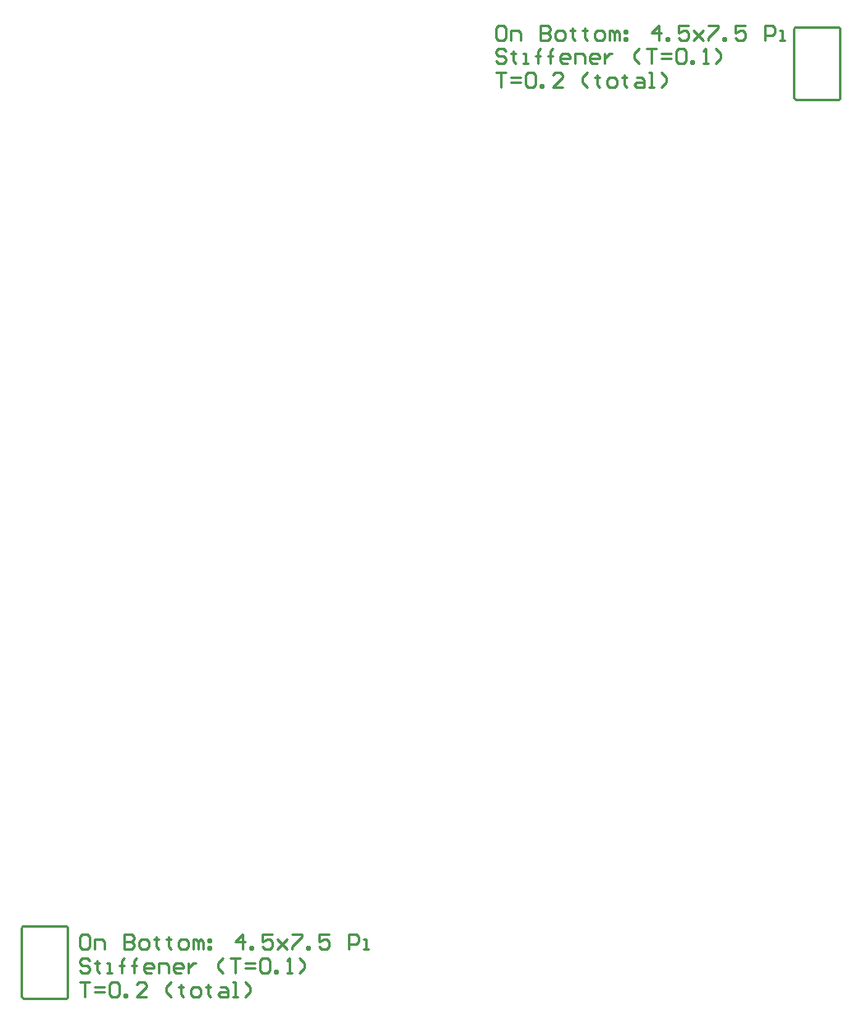
<source format=gbr>
%FSLAX23Y23*%
%MOIN*%
%SFA1B1*%

%IPPOS*%
%ADD49C,0.010000*%
%LNhumflex2_1_stiffener-1*%
%LPD*%
G54D49*
X-1276Y-1484D02*
D01*
X-1276Y-1483*
X-1276Y-1483*
X-1276Y-1482*
X-1276Y-1481*
X-1277Y-1480*
X-1277Y-1480*
X-1277Y-1479*
X-1278Y-1479*
X-1278Y-1478*
X-1278Y-1477*
X-1279Y-1477*
X-1279Y-1476*
X-1280Y-1476*
X-1280Y-1476*
X-1281Y-1475*
X-1282Y-1475*
X-1282Y-1475*
X-1283Y-1474*
X-1284Y-1474*
X-1284Y-1474*
X-1285Y-1474*
X-1286Y-1474*
X-1286Y-1474*
Y-1768D02*
D01*
X-1285Y-1768*
X-1285Y-1768*
X-1284Y-1768*
X-1283Y-1768*
X-1283Y-1768*
X-1282Y-1767*
X-1281Y-1767*
X-1281Y-1767*
X-1280Y-1766*
X-1280Y-1766*
X-1279Y-1765*
X-1279Y-1765*
X-1278Y-1764*
X-1278Y-1764*
X-1277Y-1763*
X-1277Y-1763*
X-1277Y-1762*
X-1277Y-1761*
X-1276Y-1761*
X-1276Y-1760*
X-1276Y-1759*
X-1276Y-1759*
X-1276Y-1758*
X-1452Y-1474D02*
D01*
X-1453Y-1474*
X-1453Y-1474*
X-1454Y-1474*
X-1455Y-1474*
X-1456Y-1475*
X-1456Y-1475*
X-1457Y-1475*
X-1457Y-1475*
X-1458Y-1476*
X-1459Y-1476*
X-1459Y-1477*
X-1460Y-1477*
X-1460Y-1478*
X-1460Y-1478*
X-1461Y-1479*
X-1461Y-1480*
X-1461Y-1480*
X-1462Y-1481*
X-1462Y-1481*
X-1462Y-1482*
X-1462Y-1483*
X-1462Y-1484*
X-1462Y-1484*
Y-1758D02*
D01*
X-1462Y-1759*
X-1462Y-1760*
X-1462Y-1760*
X-1462Y-1761*
X-1461Y-1762*
X-1461Y-1762*
X-1461Y-1763*
X-1461Y-1763*
X-1460Y-1764*
X-1460Y-1765*
X-1459Y-1765*
X-1459Y-1766*
X-1458Y-1766*
X-1458Y-1766*
X-1457Y-1767*
X-1456Y-1767*
X-1456Y-1767*
X-1455Y-1768*
X-1455Y-1768*
X-1454Y-1768*
X-1453Y-1768*
X-1452Y-1768*
X-1452Y-1768*
X1854Y2156D02*
D01*
X1854Y2157*
X1854Y2157*
X1854Y2158*
X1853Y2159*
X1853Y2159*
X1853Y2160*
X1853Y2161*
X1852Y2161*
X1852Y2162*
X1851Y2162*
X1851Y2163*
X1851Y2163*
X1850Y2164*
X1849Y2164*
X1849Y2165*
X1848Y2165*
X1848Y2165*
X1847Y2165*
X1846Y2166*
X1846Y2166*
X1845Y2166*
X1844Y2166*
X1844Y2166*
Y1872D02*
D01*
X1845Y1872*
X1845Y1872*
X1846Y1872*
X1847Y1872*
X1847Y1872*
X1848Y1872*
X1849Y1873*
X1849Y1873*
X1850Y1873*
X1850Y1874*
X1851Y1874*
X1851Y1875*
X1852Y1875*
X1852Y1876*
X1852Y1877*
X1853Y1877*
X1853Y1878*
X1853Y1878*
X1854Y1879*
X1854Y1880*
X1854Y1881*
X1854Y1881*
X1854Y1882*
X1678Y2166D02*
D01*
X1677Y2166*
X1676Y2166*
X1676Y2166*
X1675Y2165*
X1674Y2165*
X1674Y2165*
X1673Y2165*
X1673Y2164*
X1672Y2164*
X1671Y2164*
X1671Y2163*
X1670Y2163*
X1670Y2162*
X1670Y2161*
X1669Y2161*
X1669Y2160*
X1669Y2160*
X1668Y2159*
X1668Y2158*
X1668Y2158*
X1668Y2157*
X1668Y2156*
X1668Y2156*
Y1882D02*
D01*
X1668Y1881*
X1668Y1880*
X1668Y1879*
X1668Y1879*
X1668Y1878*
X1669Y1877*
X1669Y1877*
X1669Y1876*
X1670Y1876*
X1670Y1875*
X1671Y1875*
X1671Y1874*
X1672Y1874*
X1672Y1873*
X1673Y1873*
X1673Y1873*
X1674Y1872*
X1675Y1872*
X1675Y1872*
X1676Y1872*
X1677Y1872*
X1677Y1872*
X1678Y1872*
X-1452Y-1768D02*
X-1286D01*
X-1452Y-1474D02*
X-1286D01*
X-1276Y-1758D02*
Y-1484D01*
X-1462Y-1758D02*
Y-1484D01*
X1678Y1872D02*
X1844D01*
X1678Y2166D02*
X1844D01*
X1854Y1882D02*
Y2156D01*
X1668Y1882D02*
Y2156D01*
X489Y2173D02*
X469D01*
X459Y2163*
Y2123*
X469Y2113*
X489*
X499Y2123*
Y2163*
X489Y2173*
X519Y2113D02*
Y2153D01*
X549*
X559Y2143*
Y2113*
X639Y2173D02*
Y2113D01*
X669*
X679Y2123*
Y2133*
X669Y2143*
X639*
X669*
X679Y2153*
Y2163*
X669Y2173*
X639*
X709Y2113D02*
X729D01*
X739Y2123*
Y2143*
X729Y2153*
X709*
X699Y2143*
Y2123*
X709Y2113*
X769Y2163D02*
Y2153D01*
X759*
X779*
X769*
Y2123*
X779Y2113*
X819Y2163D02*
Y2153D01*
X809*
X829*
X819*
Y2123*
X829Y2113*
X869D02*
X889D01*
X899Y2123*
Y2143*
X889Y2153*
X869*
X859Y2143*
Y2123*
X869Y2113*
X919D02*
Y2153D01*
X929*
X939Y2143*
Y2113*
Y2143*
X949Y2153*
X959Y2143*
Y2113*
X979Y2153D02*
X989D01*
Y2143*
X979*
Y2153*
Y2123D02*
X989D01*
Y2113*
X979*
Y2123*
X1119Y2113D02*
Y2173D01*
X1089Y2143*
X1129*
X1149Y2113D02*
Y2123D01*
X1159*
Y2113*
X1149*
X1239Y2173D02*
X1199D01*
Y2143*
X1219Y2153*
X1229*
X1239Y2143*
Y2123*
X1229Y2113*
X1209*
X1199Y2123*
X1259Y2153D02*
X1299Y2113D01*
X1279Y2133*
X1299Y2153*
X1259Y2113*
X1319Y2173D02*
X1359D01*
Y2163*
X1319Y2123*
Y2113*
X1379D02*
Y2123D01*
X1389*
Y2113*
X1379*
X1469Y2173D02*
X1429D01*
Y2143*
X1449Y2153*
X1459*
X1469Y2143*
Y2123*
X1459Y2113*
X1439*
X1429Y2123*
X1549Y2113D02*
Y2173D01*
X1579*
X1589Y2163*
Y2143*
X1579Y2133*
X1549*
X1609Y2113D02*
X1629D01*
X1619*
Y2153*
X1609*
X499Y2067D02*
X489Y2077D01*
X469*
X459Y2067*
Y2057*
X469Y2047*
X489*
X499Y2037*
Y2027*
X489Y2017*
X469*
X459Y2027*
X529Y2067D02*
Y2057D01*
X519*
X539*
X529*
Y2027*
X539Y2017*
X569D02*
X589D01*
X579*
Y2057*
X569*
X629Y2017D02*
Y2067D01*
Y2047*
X619*
X639*
X629*
Y2067*
X639Y2077*
X679Y2017D02*
Y2067D01*
Y2047*
X669*
X689*
X679*
Y2067*
X689Y2077*
X749Y2017D02*
X729D01*
X719Y2027*
Y2047*
X729Y2057*
X749*
X759Y2047*
Y2037*
X719*
X779Y2017D02*
Y2057D01*
X809*
X819Y2047*
Y2017*
X869D02*
X849D01*
X839Y2027*
Y2047*
X849Y2057*
X869*
X879Y2047*
Y2037*
X839*
X899Y2057D02*
Y2017D01*
Y2037*
X909Y2047*
X919Y2057*
X929*
X1039Y2017D02*
X1019Y2037D01*
Y2057*
X1039Y2077*
X1069D02*
X1109D01*
X1089*
Y2017*
X1129Y2037D02*
X1169D01*
X1129Y2057D02*
X1169D01*
X1189Y2067D02*
X1199Y2077D01*
X1219*
X1229Y2067*
Y2027*
X1219Y2017*
X1199*
X1189Y2027*
Y2067*
X1249Y2017D02*
Y2027D01*
X1259*
Y2017*
X1249*
X1299D02*
X1319D01*
X1309*
Y2077*
X1299Y2067*
X1349Y2017D02*
X1369Y2037D01*
Y2057*
X1349Y2077*
X459Y1981D02*
X499D01*
X479*
Y1921*
X519Y1941D02*
X559D01*
X519Y1961D02*
X559D01*
X579Y1971D02*
X589Y1981D01*
X609*
X619Y1971*
Y1931*
X609Y1921*
X589*
X579Y1931*
Y1971*
X639Y1921D02*
Y1931D01*
X649*
Y1921*
X639*
X729D02*
X689D01*
X729Y1961*
Y1971*
X719Y1981*
X699*
X689Y1971*
X829Y1921D02*
X809Y1941D01*
Y1961*
X829Y1981*
X869Y1971D02*
Y1961D01*
X859*
X879*
X869*
Y1931*
X879Y1921*
X919D02*
X939D01*
X949Y1931*
Y1951*
X939Y1961*
X919*
X909Y1951*
Y1931*
X919Y1921*
X979Y1971D02*
Y1961D01*
X969*
X989*
X979*
Y1931*
X989Y1921*
X1029Y1961D02*
X1049D01*
X1059Y1951*
Y1921*
X1029*
X1019Y1931*
X1029Y1941*
X1059*
X1079Y1921D02*
X1099D01*
X1089*
Y1981*
X1079*
X1129Y1921D02*
X1149Y1941D01*
Y1961*
X1129Y1981*
X-1198Y-1509D02*
X-1218D01*
X-1228Y-1519*
Y-1559*
X-1218Y-1569*
X-1198*
X-1188Y-1559*
Y-1519*
X-1198Y-1509*
X-1168Y-1569D02*
Y-1529D01*
X-1138*
X-1128Y-1539*
Y-1569*
X-1048Y-1509D02*
Y-1569D01*
X-1018*
X-1008Y-1559*
Y-1549*
X-1018Y-1539*
X-1048*
X-1018*
X-1008Y-1529*
Y-1519*
X-1018Y-1509*
X-1048*
X-978Y-1569D02*
X-958D01*
X-948Y-1559*
Y-1539*
X-958Y-1529*
X-978*
X-988Y-1539*
Y-1559*
X-978Y-1569*
X-918Y-1519D02*
Y-1529D01*
X-928*
X-908*
X-918*
Y-1559*
X-908Y-1569*
X-868Y-1519D02*
Y-1529D01*
X-878*
X-858*
X-868*
Y-1559*
X-858Y-1569*
X-818D02*
X-798D01*
X-788Y-1559*
Y-1539*
X-798Y-1529*
X-818*
X-828Y-1539*
Y-1559*
X-818Y-1569*
X-768D02*
Y-1529D01*
X-758*
X-748Y-1539*
Y-1569*
Y-1539*
X-738Y-1529*
X-728Y-1539*
Y-1569*
X-708Y-1529D02*
X-698D01*
Y-1539*
X-708*
Y-1529*
Y-1559D02*
X-698D01*
Y-1569*
X-708*
Y-1559*
X-568Y-1569D02*
Y-1509D01*
X-598Y-1539*
X-558*
X-538Y-1569D02*
Y-1559D01*
X-528*
Y-1569*
X-538*
X-448Y-1509D02*
X-488D01*
Y-1539*
X-468Y-1529*
X-458*
X-448Y-1539*
Y-1559*
X-458Y-1569*
X-478*
X-488Y-1559*
X-428Y-1529D02*
X-388Y-1569D01*
X-408Y-1549*
X-388Y-1529*
X-428Y-1569*
X-368Y-1509D02*
X-328D01*
Y-1519*
X-368Y-1559*
Y-1569*
X-308D02*
Y-1559D01*
X-298*
Y-1569*
X-308*
X-218Y-1509D02*
X-258D01*
Y-1539*
X-238Y-1529*
X-228*
X-218Y-1539*
Y-1559*
X-228Y-1569*
X-248*
X-258Y-1559*
X-138Y-1569D02*
Y-1509D01*
X-108*
X-98Y-1519*
Y-1539*
X-108Y-1549*
X-138*
X-78Y-1569D02*
X-58D01*
X-68*
Y-1529*
X-78*
X-1188Y-1615D02*
X-1198Y-1605D01*
X-1218*
X-1228Y-1615*
Y-1625*
X-1218Y-1635*
X-1198*
X-1188Y-1645*
Y-1655*
X-1198Y-1665*
X-1218*
X-1228Y-1655*
X-1158Y-1615D02*
Y-1625D01*
X-1168*
X-1148*
X-1158*
Y-1655*
X-1148Y-1665*
X-1118D02*
X-1098D01*
X-1108*
Y-1625*
X-1118*
X-1058Y-1665D02*
Y-1615D01*
Y-1635*
X-1068*
X-1048*
X-1058*
Y-1615*
X-1048Y-1605*
X-1008Y-1665D02*
Y-1615D01*
Y-1635*
X-1018*
X-998*
X-1008*
Y-1615*
X-998Y-1605*
X-938Y-1665D02*
X-958D01*
X-968Y-1655*
Y-1635*
X-958Y-1625*
X-938*
X-928Y-1635*
Y-1645*
X-968*
X-908Y-1665D02*
Y-1625D01*
X-878*
X-868Y-1635*
Y-1665*
X-818D02*
X-838D01*
X-848Y-1655*
Y-1635*
X-838Y-1625*
X-818*
X-808Y-1635*
Y-1645*
X-848*
X-788Y-1625D02*
Y-1665D01*
Y-1645*
X-778Y-1635*
X-768Y-1625*
X-758*
X-648Y-1665D02*
X-668Y-1645D01*
Y-1625*
X-648Y-1605*
X-618D02*
X-578D01*
X-598*
Y-1665*
X-558Y-1645D02*
X-518D01*
X-558Y-1625D02*
X-518D01*
X-498Y-1615D02*
X-488Y-1605D01*
X-468*
X-458Y-1615*
Y-1655*
X-468Y-1665*
X-488*
X-498Y-1655*
Y-1615*
X-438Y-1665D02*
Y-1655D01*
X-428*
Y-1665*
X-438*
X-388D02*
X-368D01*
X-378*
Y-1605*
X-388Y-1615*
X-338Y-1665D02*
X-318Y-1645D01*
Y-1625*
X-338Y-1605*
X-1228Y-1701D02*
X-1188D01*
X-1208*
Y-1761*
X-1168Y-1741D02*
X-1128D01*
X-1168Y-1721D02*
X-1128D01*
X-1108Y-1711D02*
X-1098Y-1701D01*
X-1078*
X-1068Y-1711*
Y-1751*
X-1078Y-1761*
X-1098*
X-1108Y-1751*
Y-1711*
X-1048Y-1761D02*
Y-1751D01*
X-1038*
Y-1761*
X-1048*
X-958D02*
X-998D01*
X-958Y-1721*
Y-1711*
X-968Y-1701*
X-988*
X-998Y-1711*
X-858Y-1761D02*
X-878Y-1741D01*
Y-1721*
X-858Y-1701*
X-818Y-1711D02*
Y-1721D01*
X-828*
X-808*
X-818*
Y-1751*
X-808Y-1761*
X-768D02*
X-748D01*
X-738Y-1751*
Y-1731*
X-748Y-1721*
X-768*
X-778Y-1731*
Y-1751*
X-768Y-1761*
X-708Y-1711D02*
Y-1721D01*
X-718*
X-698*
X-708*
Y-1751*
X-698Y-1761*
X-658Y-1721D02*
X-638D01*
X-628Y-1731*
Y-1761*
X-658*
X-668Y-1751*
X-658Y-1741*
X-628*
X-608Y-1761D02*
X-588D01*
X-598*
Y-1701*
X-608*
X-558Y-1761D02*
X-538Y-1741D01*
Y-1721*
X-558Y-1701*
M02*
</source>
